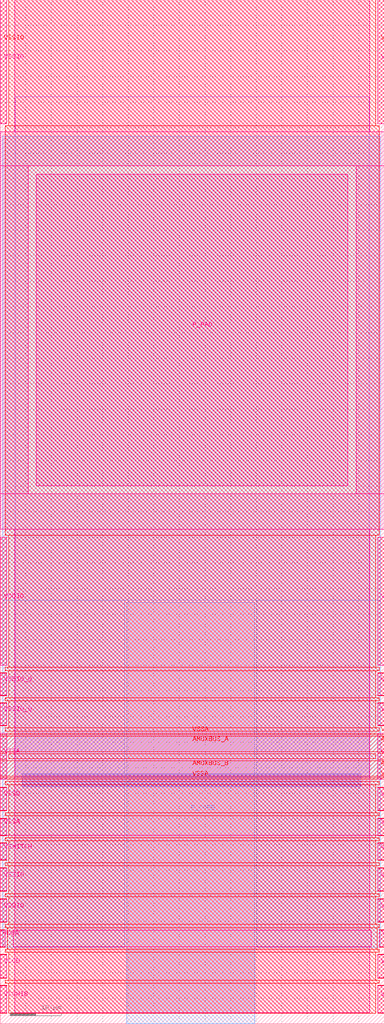
<source format=lef>
VERSION 5.7 ;
  NOWIREEXTENSIONATPIN ON ;
  DIVIDERCHAR "/" ;
  BUSBITCHARS "[]" ;
MACRO sky130_ef_io__analog_pad
  CLASS PAD ;
  FOREIGN sky130_ef_io__analog_pad ;
  ORIGIN 0.000 0.000 ;
  SIZE 75.000 BY 200.000 ;
  PIN P_CORE
    PORT
      LAYER met3 ;
        RECT 24.720 0.000 49.720 82.350 ;
    END
  END P_CORE
  PIN VSSA
    PORT
      LAYER met4 ;
        RECT 0.000 36.735 1.270 40.185 ;
    END
    PORT
      LAYER met4 ;
        RECT 0.000 56.405 75.000 56.735 ;
    END
    PORT
      LAYER met4 ;
        RECT 0.000 47.735 75.000 48.065 ;
    END
    PORT
      LAYER met4 ;
        RECT 0.000 51.645 1.270 52.825 ;
    END
    PORT
      LAYER met4 ;
        RECT 73.730 36.735 75.000 40.185 ;
    END
    PORT
      LAYER met4 ;
        RECT 73.730 56.405 75.000 56.735 ;
    END
    PORT
      LAYER met4 ;
        RECT 73.730 47.735 75.000 48.065 ;
    END
    PORT
      LAYER met4 ;
        RECT 73.730 51.645 75.000 52.825 ;
    END
    PORT
      LAYER met5 ;
        RECT 73.730 36.840 75.000 40.085 ;
    END
    PORT
      LAYER met5 ;
        RECT 0.000 47.735 1.270 56.735 ;
    END
    PORT
      LAYER met5 ;
        RECT 0.000 36.840 1.270 40.085 ;
    END
    PORT
      LAYER met5 ;
        RECT 73.730 47.735 75.000 56.735 ;
    END
  END VSSA
  PIN VSSD
    PORT
      LAYER met4 ;
        RECT 0.000 41.585 1.270 46.235 ;
    END
    PORT
      LAYER met4 ;
        RECT 73.730 41.585 75.000 46.235 ;
    END
    PORT
      LAYER met5 ;
        RECT 0.000 41.685 1.270 46.135 ;
    END
    PORT
      LAYER met5 ;
        RECT 73.730 41.685 75.000 46.135 ;
    END
  END VSSD
  PIN AMUXBUS_B
    PORT
      LAYER met4 ;
        RECT 0.000 48.365 75.000 51.345 ;
    END
    PORT
      LAYER met4 ;
        RECT 73.730 48.365 75.000 51.345 ;
    END
  END AMUXBUS_B
  PIN AMUXBUS_A
    PORT
      LAYER met4 ;
        RECT 0.000 53.125 75.000 56.105 ;
    END
    PORT
      LAYER met4 ;
        RECT 73.730 53.125 75.000 56.105 ;
    END
  END AMUXBUS_A
  PIN VDDIO_Q
    PORT
      LAYER met4 ;
        RECT 0.000 64.085 1.270 68.535 ;
    END
    PORT
      LAYER met4 ;
        RECT 73.730 64.085 75.000 68.535 ;
    END
    PORT
      LAYER met5 ;
        RECT 73.730 64.185 75.000 68.435 ;
    END
    PORT
      LAYER met5 ;
        RECT 0.000 64.185 1.270 68.435 ;
    END
  END VDDIO_Q
  PIN VDDIO
    PORT
      LAYER met4 ;
        RECT 0.000 70.035 1.270 95.000 ;
    END
    PORT
      LAYER met4 ;
        RECT 0.000 19.785 1.270 24.435 ;
    END
    PORT
      LAYER met4 ;
        RECT 73.730 70.035 75.000 95.000 ;
    END
    PORT
      LAYER met4 ;
        RECT 73.730 19.785 75.000 24.435 ;
    END
    PORT
      LAYER met5 ;
        RECT 0.000 19.885 1.270 24.335 ;
    END
    PORT
      LAYER met5 ;
        RECT 0.000 70.035 1.270 94.985 ;
    END
    PORT
      LAYER met5 ;
        RECT 73.730 19.885 75.000 24.335 ;
    END
    PORT
      LAYER met5 ;
        RECT 73.730 70.035 75.000 94.985 ;
    END
  END VDDIO
  PIN VSWITCH
    PORT
      LAYER met4 ;
        RECT 0.000 31.885 1.270 35.335 ;
    END
    PORT
      LAYER met4 ;
        RECT 73.730 31.885 75.000 35.335 ;
    END
    PORT
      LAYER met5 ;
        RECT 73.730 31.985 75.000 35.235 ;
    END
    PORT
      LAYER met5 ;
        RECT 0.000 31.985 1.270 35.235 ;
    END
  END VSWITCH
  PIN VSSIO
    PORT
      LAYER met4 ;
        RECT 0.000 25.835 1.270 30.485 ;
    END
    PORT
      LAYER met4 ;
        RECT 73.730 25.835 75.000 30.485 ;
    END
    PORT
      LAYER met4 ;
        RECT 0.000 175.785 1.270 200.000 ;
    END
    PORT
      LAYER met4 ;
        RECT 0.630 191.600 0.640 191.610 ;
    END
    PORT
      LAYER met4 ;
        RECT 73.730 175.785 75.000 200.000 ;
    END
    PORT
      LAYER met4 ;
        RECT 74.360 191.600 74.370 191.610 ;
    END
    PORT
      LAYER met5 ;
        RECT 73.730 25.935 75.000 30.385 ;
    END
    PORT
      LAYER met5 ;
        RECT 73.730 175.785 75.000 200.000 ;
    END
    PORT
      LAYER met5 ;
        RECT 0.000 175.785 1.270 200.000 ;
    END
    PORT
      LAYER met5 ;
        RECT 0.000 25.935 1.270 30.385 ;
    END
  END VSSIO
  PIN VDDA
    PORT
      LAYER met4 ;
        RECT 0.000 14.935 0.965 18.385 ;
    END
    PORT
      LAYER met4 ;
        RECT 74.035 14.935 75.000 18.385 ;
    END
    PORT
      LAYER met5 ;
        RECT 0.000 15.035 0.965 18.285 ;
    END
    PORT
      LAYER met5 ;
        RECT 74.035 15.035 75.000 18.285 ;
    END
  END VDDA
  PIN VCCD
    PORT
      LAYER met4 ;
        RECT 0.000 8.885 1.270 13.535 ;
    END
    PORT
      LAYER met4 ;
        RECT 73.730 8.885 75.000 13.535 ;
    END
    PORT
      LAYER met5 ;
        RECT 0.000 8.985 1.270 13.435 ;
    END
    PORT
      LAYER met5 ;
        RECT 73.730 8.985 75.000 13.435 ;
    END
  END VCCD
  PIN VCCHIB
    PORT
      LAYER met4 ;
        RECT 0.000 2.035 1.270 7.485 ;
    END
    PORT
      LAYER met4 ;
        RECT 73.730 2.035 75.000 7.485 ;
    END
    PORT
      LAYER met5 ;
        RECT 0.000 2.135 1.270 7.385 ;
    END
    PORT
      LAYER met5 ;
        RECT 73.730 2.135 75.000 7.385 ;
    END
  END VCCHIB
  PIN VSSIO_Q
    PORT
      LAYER met4 ;
        RECT 0.000 58.235 1.270 62.685 ;
    END
    PORT
      LAYER met4 ;
        RECT 73.730 58.235 75.000 62.685 ;
    END
    PORT
      LAYER met5 ;
        RECT 73.730 58.335 75.000 62.585 ;
    END
    PORT
      LAYER met5 ;
        RECT 0.000 58.335 1.270 62.585 ;
    END
  END VSSIO_Q
  PIN P_PAD
    PORT
      LAYER met5 ;
        RECT 7.050 105.120 67.890 165.945 ;
    END
  END P_PAD
  OBS
      LAYER li1 ;
        RECT 2.905 48.265 72.045 181.100 ;
      LAYER met1 ;
        RECT 4.250 46.255 70.440 48.855 ;
      LAYER met2 ;
        RECT 4.250 46.255 70.440 48.855 ;
      LAYER met3 ;
        RECT 0.455 82.750 74.250 173.315 ;
        RECT 0.455 14.905 24.320 82.750 ;
        RECT 50.120 14.905 74.250 82.750 ;
      LAYER met4 ;
        RECT 1.670 175.385 73.330 200.000 ;
        RECT 0.965 95.400 74.035 175.385 ;
        RECT 1.670 69.635 73.330 95.400 ;
        RECT 0.965 68.935 74.035 69.635 ;
        RECT 1.670 63.685 73.330 68.935 ;
        RECT 0.965 63.085 74.035 63.685 ;
        RECT 1.670 57.835 73.330 63.085 ;
        RECT 0.965 57.135 74.035 57.835 ;
        RECT 1.670 51.745 73.330 52.725 ;
        RECT 0.965 46.635 74.035 47.335 ;
        RECT 1.670 41.185 73.330 46.635 ;
        RECT 0.965 40.585 74.035 41.185 ;
        RECT 1.670 36.335 73.330 40.585 ;
        RECT 0.965 35.735 74.035 36.335 ;
        RECT 1.670 31.485 73.330 35.735 ;
        RECT 0.965 30.885 74.035 31.485 ;
        RECT 1.670 25.435 73.330 30.885 ;
        RECT 0.965 24.835 74.035 25.435 ;
        RECT 1.670 19.385 73.330 24.835 ;
        RECT 0.965 18.785 74.035 19.385 ;
        RECT 1.365 14.535 73.635 18.785 ;
        RECT 0.965 13.935 74.035 14.535 ;
        RECT 1.670 8.485 73.330 13.935 ;
        RECT 0.965 7.885 74.035 8.485 ;
        RECT 1.670 2.035 73.330 7.885 ;
      LAYER met5 ;
        RECT 2.870 174.185 72.130 200.000 ;
        RECT 0.000 167.545 75.000 174.185 ;
        RECT 0.000 103.520 5.450 167.545 ;
        RECT 69.490 103.520 75.000 167.545 ;
        RECT 0.000 96.585 75.000 103.520 ;
        RECT 2.870 36.840 72.130 96.585 ;
        RECT 0.000 36.835 75.000 36.840 ;
        RECT 2.870 18.285 72.130 36.835 ;
        RECT 2.565 15.035 72.435 18.285 ;
        RECT 2.870 2.135 72.130 15.035 ;
  END
END sky130_ef_io__analog_pad
END LIBRARY


</source>
